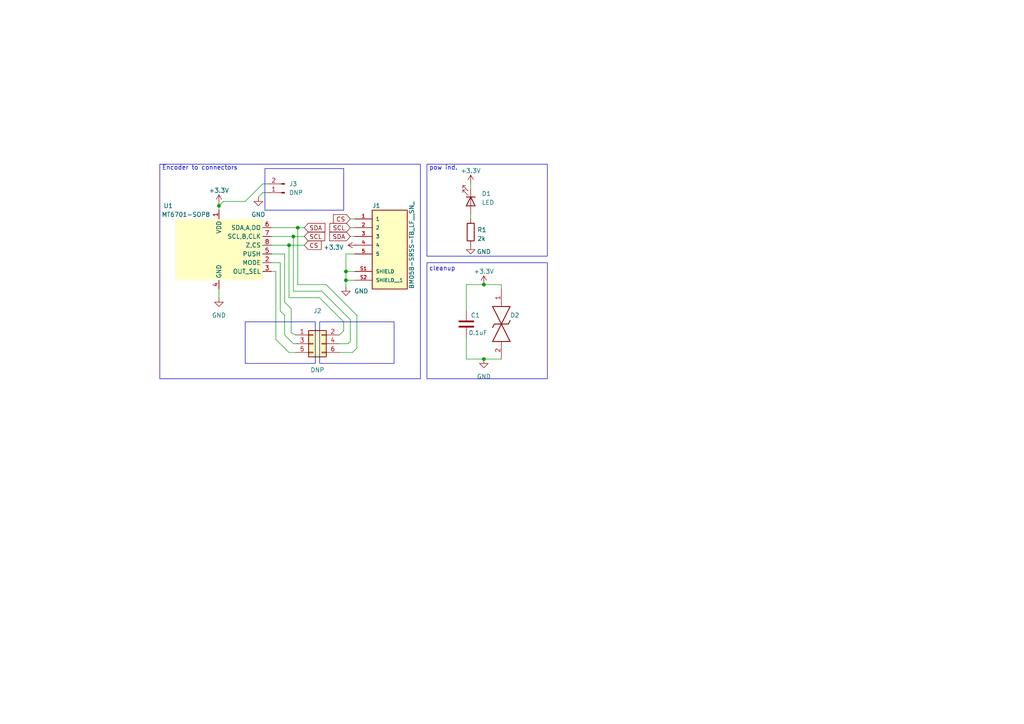
<source format=kicad_sch>
(kicad_sch (version 20230121) (generator eeschema)
  (paper "A4")
  (lib_symbols
    (symbol "BM05B-SRSS-TB_LF__SN_:BM05B-SRSS-TB_LF__SN_" (pin_names (offset 1.016))
      (property "Reference" "J" (at -5.08 10.922 0))
      (property "Value" "BM05B-SRSS-TB_LF__SN_" (at -5.08 -15.24 0))
      (symbol "BM05B-SRSS-TB_LF__SN__0_0"
        (rectangle (start -5.08 -12.7) (end 5.08 10.16) (stroke (width 0.254)) (fill (type background)))
        (pin passive line (at -10.16 7.62 0) (length 5.08) (name "1") (number "1"))
        (pin passive line (at -10.16 5.08 0) (length 5.08) (name "2") (number "2"))
        (pin passive line (at -10.16 2.54 0) (length 5.08) (name "3") (number "3"))
        (pin passive line (at -10.16 0 0) (length 5.08) (name "4") (number "4"))
        (pin passive line (at -10.16 -2.54 0) (length 5.08) (name "5") (number "5"))
        (pin passive line (at -10.16 -7.62 0) (length 5.08) (name "SHIELD") (number "S1"))
        (pin passive line (at -10.16 -10.16 0) (length 5.08) (name "SHIELD__1") (number "S2"))
      )
    )
    (symbol "Connector:Conn_01x02_Pin" (pin_names (offset 1.016) hide)
      (property "Reference" "J" (at 0 2.54 0))
      (property "Value" "Conn_01x02_Pin" (at 0 -5.08 0))
      (symbol "Conn_01x02_Pin_1_1"
        (polyline (pts (xy 1.27 -2.54) (xy 0.8636 -2.54)) (stroke (width 0.1524)))
        (polyline (pts (xy 1.27 0) (xy 0.8636 0)) (stroke (width 0.1524)))
        (rectangle (start 0.8636 -2.413) (end 0 -2.667) (stroke (width 0.1524)) (fill (type outline)))
        (rectangle (start 0.8636 0.127) (end 0 -0.127) (stroke (width 0.1524)) (fill (type outline)))
        (pin passive line (at 5.08 0 180) (length 3.81) (name "Pin_1") (number "1"))
        (pin passive line (at 5.08 -2.54 180) (length 3.81) (name "Pin_2") (number "2"))
      )
    )
    (symbol "Connector_Generic:Conn_02x03_Odd_Even" (pin_names (offset 1.016) hide)
      (property "Reference" "J" (at 1.27 5.08 0))
      (property "Value" "Conn_02x03_Odd_Even" (at 1.27 -5.08 0))
      (symbol "Conn_02x03_Odd_Even_1_1"
        (rectangle (start -1.27 -2.413) (end 0 -2.667) (stroke (width 0.1524)))
        (rectangle (start -1.27 0.127) (end 0 -0.127) (stroke (width 0.1524)))
        (rectangle (start -1.27 2.667) (end 0 2.413) (stroke (width 0.1524)))
        (rectangle (start -1.27 3.81) (end 3.81 -3.81) (stroke (width 0.254)) (fill (type background)))
        (rectangle (start 3.81 -2.413) (end 2.54 -2.667) (stroke (width 0.1524)))
        (rectangle (start 3.81 0.127) (end 2.54 -0.127) (stroke (width 0.1524)))
        (rectangle (start 3.81 2.667) (end 2.54 2.413) (stroke (width 0.1524)))
        (pin passive line (at -5.08 2.54 0) (length 3.81) (name "Pin_1") (number "1"))
        (pin passive line (at 7.62 2.54 180) (length 3.81) (name "Pin_2") (number "2"))
        (pin passive line (at -5.08 0 0) (length 3.81) (name "Pin_3") (number "3"))
        (pin passive line (at 7.62 0 180) (length 3.81) (name "Pin_4") (number "4"))
        (pin passive line (at -5.08 -2.54 0) (length 3.81) (name "Pin_5") (number "5"))
        (pin passive line (at 7.62 -2.54 180) (length 3.81) (name "Pin_6") (number "6"))
      )
    )
    (symbol "Device:C" (pin_numbers hide) (pin_names (offset 0.254))
      (property "Reference" "C" (at 0.635 2.54 0))
      (property "Value" "C" (at 0.635 -2.54 0))
      (symbol "C_0_1"
        (polyline (pts (xy -2.032 -0.762) (xy 2.032 -0.762)) (stroke (width 0.508)))
        (polyline (pts (xy -2.032 0.762) (xy 2.032 0.762)) (stroke (width 0.508)))
      )
      (symbol "C_1_1"
        (pin passive line (at 0 3.81 270) (length 2.794) (name "~") (number "1"))
        (pin passive line (at 0 -3.81 90) (length 2.794) (name "~") (number "2"))
      )
    )
    (symbol "Device:LED" (pin_numbers hide) (pin_names (offset 1.016) hide)
      (property "Reference" "D" (at 0 2.54 0))
      (property "Value" "LED" (at 0 -2.54 0))
      (symbol "LED_0_1"
        (polyline (pts (xy -1.27 -1.27) (xy -1.27 1.27)) (stroke (width 0.254)))
        (polyline (pts (xy -1.27 0) (xy 1.27 0)))
        (polyline (pts (xy 1.27 -1.27) (xy 1.27 1.27) (xy -1.27 0) (xy 1.27 -1.27)) (stroke (width 0.254)))
        (polyline (pts (xy -3.048 -0.762) (xy -4.572 -2.286) (xy -3.81 -2.286) (xy -4.572 -2.286) (xy -4.572 -1.524)))
        (polyline (pts (xy -1.778 -0.762) (xy -3.302 -2.286) (xy -2.54 -2.286) (xy -3.302 -2.286) (xy -3.302 -1.524)))
      )
      (symbol "LED_1_1"
        (pin passive line (at -3.81 0 0) (length 2.54) (name "K") (number "1"))
        (pin passive line (at 3.81 0 180) (length 2.54) (name "A") (number "2"))
      )
    )
    (symbol "Device:R" (pin_numbers hide) (pin_names (offset 0))
      (property "Reference" "R" (at 2.032 0 90))
      (property "Value" "R" (at 0 0 90))
      (symbol "R_0_1"
        (rectangle (start -1.016 -2.54) (end 1.016 2.54) (stroke (width 0.254)))
      )
      (symbol "R_1_1"
        (pin passive line (at 0 3.81 270) (length 1.27) (name "~") (number "1"))
        (pin passive line (at 0 -3.81 90) (length 1.27) (name "~") (number "2"))
      )
    )
    (symbol "Magntek:MT6701"
      (property "Reference" "U" (at -12.065 10.16 0))
      (property "Value" "MT6701-SOP8" (at -13.97 0.635 90))
      (symbol "MT6701_1_1"
        (rectangle (start -12.7 8.89) (end 12.7 -8.89) (stroke (width 0) (color 255 240 246 1)) (fill (type background)))
        (pin power_in line (at 0 11.43 270) (length 2.54) (name "VDD") (number "1"))
        (pin input line (at 15.24 -3.81 180) (length 2.54) (name "MODE") (number "2"))
        (pin input line (at 15.24 -6.35 180) (length 2.54) (name "OUT_SEL") (number "3"))
        (pin power_in line (at 0 -11.43 90) (length 2.54) (name "GND") (number "4"))
        (pin output line (at 15.24 -1.27 180) (length 2.54) (name "PUSH") (number "5"))
        (pin bidirectional line (at 15.24 6.35 180) (length 2.54) (name "SDA,A,DO") (number "6"))
        (pin bidirectional line (at 15.24 3.81 180) (length 2.54) (name "SCL,B,CLK") (number "7"))
        (pin input line (at 15.24 1.27 180) (length 2.54) (name "Z,CS") (number "8"))
      )
    )
    (symbol "aaa_SamacSys_Parts:SMAJ6.0CAe3_TR13" (pin_names hide)
      (property "Reference" "D" (at 12.7 8.89 0))
      (property "Value" "SMAJ6.0CAe3_TR13" (at 12.7 6.35 0))
      (symbol "SMAJ6.0CAe3_TR13_1_1"
        (polyline (pts (xy 5.08 2.54) (xy 5.08 -2.54)) (stroke (width 0.254)))
        (polyline (pts (xy 5.08 2.54) (xy 10.16 0)) (stroke (width 0.254)))
        (polyline (pts (xy 9.144 2.54) (xy 10.16 2.032)) (stroke (width 0.254)))
        (polyline (pts (xy 10.16 -2.032) (xy 10.16 2.032)) (stroke (width 0.254)))
        (polyline (pts (xy 10.16 -2.032) (xy 11.176 -2.54)) (stroke (width 0.254)))
        (polyline (pts (xy 10.16 0) (xy 5.08 -2.54)) (stroke (width 0.254)))
        (polyline (pts (xy 10.16 0) (xy 15.24 -2.54)) (stroke (width 0.254)))
        (polyline (pts (xy 15.24 2.54) (xy 10.16 0)) (stroke (width 0.254)))
        (polyline (pts (xy 15.24 2.54) (xy 15.24 -2.54)) (stroke (width 0.254)))
        (pin passive line (at 0 0 0) (length 5.08) (name "1") (number "1"))
        (pin passive line (at 20.32 0 180) (length 5.08) (name "2") (number "2"))
      )
    )
    (symbol "power:+3.3V" (power) (pin_names (offset 0))
      (property "Value" "+3.3V" (at 0 3.556 0))
      (symbol "+3.3V_0_1"
        (polyline (pts (xy -0.762 1.27) (xy 0 2.54)))
        (polyline (pts (xy 0 0) (xy 0 2.54)))
        (polyline (pts (xy 0 2.54) (xy 0.762 1.27)))
      )
      (symbol "+3.3V_1_1"
        (pin power_in line (at 0 0 90) (length 0) hide (name "+3.3V") (number "1"))
      )
    )
    (symbol "power:GND" (power) (pin_names (offset 0))
      (property "Value" "GND" (at 0 -3.81 0))
      (symbol "GND_0_1"
        (polyline (pts (xy 0 0) (xy 0 -1.27) (xy 1.27 -1.27) (xy 0 -2.54) (xy -1.27 -1.27) (xy 0 -1.27)))
      )
      (symbol "GND_1_1"
        (pin power_in line (at 0 0 270) (length 0) hide (name "GND") (number "1"))
      )
    )
  )
  (junction (at 86.36 66.04))
  (junction (at 140.335 104.14))
  (junction (at 83.82 71.12))
  (junction (at 85.09 68.58))
  (junction (at 140.335 82.55))
  (junction (at 63.5 59.69))
  (junction (at 100.33 81.28))
  (junction (at 100.33 78.74))
  (wire (pts (xy 80.01 78.74) (xy 78.74 78.74)))
  (wire (pts (xy 83.82 71.12) (xy 88.265 71.12)))
  (wire (pts (xy 83.82 102.235) (xy 85.725 102.235)))
  (wire (pts (xy 86.36 82.55) (xy 94.615 82.55)))
  (wire (pts (xy 78.74 68.58) (xy 85.09 68.58)))
  (wire (pts (xy 85.09 99.695) (xy 82.55 97.155)))
  (wire (pts (xy 93.345 84.455) (xy 101.6 92.71)))
  (wire (pts (xy 100.33 73.66) (xy 100.33 78.74)))
  (wire (pts (xy 99.695 93.345) (xy 99.695 95.885)))
  (wire (pts (xy 101.6 92.71) (xy 101.6 99.06)))
  (wire (pts (xy 85.09 68.58) (xy 85.09 84.455)))
  (wire (pts (xy 135.255 82.55) (xy 140.335 82.55)))
  (wire (pts (xy 103.505 71.12) (xy 102.87 71.12)))
  (wire (pts (xy 82.55 73.66) (xy 82.55 87.63)))
  (wire (pts (xy 145.415 82.55) (xy 145.415 83.82)))
  (wire (pts (xy 135.255 90.17) (xy 135.255 82.55)))
  (wire (pts (xy 101.6 68.58) (xy 102.87 68.58)))
  (wire (pts (xy 82.55 91.44) (xy 82.55 97.155)))
  (wire (pts (xy 100.33 78.74) (xy 102.87 78.74)))
  (wire (pts (xy 63.5 59.69) (xy 63.5 60.96)))
  (wire (pts (xy 64.77 58.42) (xy 63.5 59.69)))
  (wire (pts (xy 81.28 76.2) (xy 81.28 90.17)))
  (wire (pts (xy 101.6 63.5) (xy 102.87 63.5)))
  (wire (pts (xy 76.2 53.34) (xy 71.12 58.42)))
  (wire (pts (xy 85.09 84.455) (xy 93.345 84.455)))
  (wire (pts (xy 63.5 59.055) (xy 63.5 59.69)))
  (wire (pts (xy 99.695 95.885) (xy 98.425 97.155)))
  (wire (pts (xy 136.525 53.34) (xy 136.525 54.61)))
  (wire (pts (xy 136.525 62.23) (xy 136.525 63.5)))
  (wire (pts (xy 77.47 55.88) (xy 76.2 55.88)))
  (wire (pts (xy 140.335 82.55) (xy 145.415 82.55)))
  (wire (pts (xy 135.255 97.79) (xy 135.255 104.14)))
  (wire (pts (xy 76.2 55.88) (xy 74.93 57.15)))
  (wire (pts (xy 77.47 53.34) (xy 76.2 53.34)))
  (wire (pts (xy 135.255 104.14) (xy 140.335 104.14)))
  (wire (pts (xy 92.71 86.36) (xy 99.695 93.345)))
  (wire (pts (xy 101.6 99.06) (xy 100.965 99.695)))
  (wire (pts (xy 84.455 96.52) (xy 85.725 97.155)))
  (wire (pts (xy 80.01 78.74) (xy 80.01 98.425)))
  (wire (pts (xy 83.82 86.36) (xy 92.71 86.36)))
  (wire (pts (xy 100.33 81.28) (xy 102.87 81.28)))
  (wire (pts (xy 100.33 81.28) (xy 100.33 83.185)))
  (wire (pts (xy 78.74 71.12) (xy 83.82 71.12)))
  (wire (pts (xy 83.82 71.12) (xy 83.82 86.36)))
  (wire (pts (xy 82.55 87.63) (xy 84.455 89.535)))
  (wire (pts (xy 86.36 66.04) (xy 88.265 66.04)))
  (wire (pts (xy 140.335 104.14) (xy 145.415 104.14)))
  (wire (pts (xy 100.33 78.74) (xy 100.33 81.28)))
  (wire (pts (xy 78.74 66.04) (xy 86.36 66.04)))
  (wire (pts (xy 78.74 73.66) (xy 82.55 73.66)))
  (wire (pts (xy 84.455 89.535) (xy 84.455 96.52)))
  (wire (pts (xy 103.505 91.44) (xy 94.615 82.55)))
  (wire (pts (xy 86.36 66.04) (xy 86.36 82.55)))
  (wire (pts (xy 98.425 99.695) (xy 100.965 99.695)))
  (wire (pts (xy 103.505 91.44) (xy 103.505 100.965)))
  (wire (pts (xy 102.87 73.66) (xy 100.33 73.66)))
  (wire (pts (xy 85.09 68.58) (xy 88.265 68.58)))
  (wire (pts (xy 101.6 66.04) (xy 102.87 66.04)))
  (wire (pts (xy 63.5 83.82) (xy 63.5 86.36)))
  (wire (pts (xy 78.74 76.2) (xy 81.28 76.2)))
  (wire (pts (xy 98.425 102.235) (xy 102.235 102.235)))
  (wire (pts (xy 85.725 99.695) (xy 85.09 99.695)))
  (wire (pts (xy 103.505 100.965) (xy 102.235 102.235)))
  (wire (pts (xy 82.55 91.44) (xy 81.28 90.17)))
  (wire (pts (xy 80.01 98.425) (xy 83.82 102.235)))
  (wire (pts (xy 71.12 58.42) (xy 64.77 58.42)))
  (rectangle (start 76.835 48.895) (end 99.695 60.96))
  (rectangle (start 123.825 76.2) (end 158.75 109.855))
  (rectangle (start 46.355 47.625) (end 121.92 109.855))
  (rectangle (start 123.825 47.625) (end 158.75 74.295))
  (rectangle (start 71.12 93.345) (end 91.44 105.41))
  (rectangle (start 92.71 93.345) (end 114.3 105.41))
  (text "pow ind." (at 124.46 49.53 0) (effects (font (size 1.27 1.27)) (justify left bottom)))
  (text "Encoder to connectors" (at 46.99 49.53 0) (effects (font (size 1.27 1.27)) (justify left bottom)))
  (text "cleanup" (at 124.46 78.74 0) (effects (font (size 1.27 1.27)) (justify left bottom)))
  (global_label "SDA" (shape input) (at 88.265 66.04 0) (property "Intersheetrefs" "${INTERSHEET_REFS}" (effects hide)))
  (global_label "CS" (shape input) (at 88.265 71.12 0) (property "Intersheetrefs" "${INTERSHEET_REFS}" (effects hide)))
  (global_label "CS" (shape input) (at 101.6 63.5 180) (property "Intersheetrefs" "${INTERSHEET_REFS}" (effects hide)))
  (global_label "SCL" (shape input) (at 101.6 66.04 180) (property "Intersheetrefs" "${INTERSHEET_REFS}" (effects hide)))
  (global_label "SCL" (shape input) (at 88.265 68.58 0) (property "Intersheetrefs" "${INTERSHEET_REFS}" (effects hide)))
  (global_label "SDA" (shape input) (at 101.6 68.58 180) (property "Intersheetrefs" "${INTERSHEET_REFS}" (effects hide)))
  (symbol (lib_id "Device:R") (at 136.525 67.31 0) (unit 1)
    (property "Reference" "R1" (at 138.43 66.675 0) (effects (justify left)))
    (property "Value" "2k" (at 138.43 69.215 0) (effects (justify left)))
    (property "Footprint" "Resistor_SMD:R_0805_2012Metric_Pad1.20x1.40mm_HandSolder" (effects hide))
    (property "Datasheet" "https://www.lcsc.com/product-detail/Chip-Resistor-Surface-Mount_VO-SCR0805J2K_C3017846.html" (effects hide))
    (property "LCSC Part Number" "C3017846" (effects hide))
  )
  (symbol (lib_id "BM05B-SRSS-TB_LF__SN_:BM05B-SRSS-TB_LF__SN_") (at 113.03 71.12 0) (unit 1)
    (property "Reference" "J1" (at 107.95 59.69 0) (effects (justify left)))
    (property "Value" "BM05B-SRSS-TB_LF__SN_" (at 119.38 83.82 90) (effects (justify left)))
    (property "Footprint" "SnapEDA Library:JST_BM05B-SRSS-TB_LF__SN_" (effects hide))
    (property "Datasheet" "https://www.lcsc.com/product-detail/Wire-To-Board-Connector_JST-BM05B-SRSS-TB-LF-SN_C160391.html" (effects hide))
    (property "PARTREV" "N/A" (effects hide))
    (property "SNAPEDA_PN" "BM05B-SRSS-TB(LF)(SN)" (effects hide))
    (property "STANDARD" "Manufacturer Recommendations" (effects hide))
    (property "MAXIMUM_PACKAGE_HEIGHT" "6.3 mm" (effects hide))
    (property "MANUFACTURER" "JST Sales America Inc." (effects hide))
    (property "LCSC Part Number" "C160391" (effects hide))
  )
  (symbol (lib_id "power:GND") (at 100.33 83.185 0) (unit 1)
    (property "Reference" "#PWR02" (effects hide))
    (property "Value" "GND" (at 104.775 84.455 0))
  )
  (symbol (lib_id "power:GND") (at 74.93 57.15 0) (unit 1)
    (property "Reference" "#PWR09" (effects hide))
    (property "Value" "GND" (at 74.93 62.23 0))
  )
  (symbol (lib_id "power:+3.3V") (at 140.335 82.55 0) (unit 1)
    (property "Reference" "#PWR05" (effects hide))
    (property "Value" "+3.3V" (at 140.335 78.74 0))
  )
  (symbol (lib_id "power:+3.3V") (at 63.5 59.055 0) (unit 1)
    (property "Reference" "#PWR04" (effects hide))
    (property "Value" "+3.3V" (at 63.5 55.245 0))
  )
  (symbol (lib_id "Magntek:MT6701") (at 63.5 72.39 0) (unit 1)
    (property "Reference" "U1" (at 50.165 59.69 0) (effects (justify right)))
    (property "Value" "MT6701-SOP8" (at 60.96 62.23 0) (effects (justify right)))
    (property "Footprint" "Magntek:MT6701_SOP8" (effects hide))
    (property "Datasheet" "https://www.lcsc.com/product-detail/Position-Sensor_Magn-Tek-MT6701CT-STD_C2856764.html" (effects hide))
    (property "LCSC Part Number" "C2856764" (effects hide))
  )
  (symbol (lib_id "Connector_Generic:Conn_02x03_Odd_Even") (at 90.805 99.695 0) (unit 1)
    (property "Reference" "J2" (at 92.075 90.17 0))
    (property "Value" "DNP" (at 92.075 107.315 0))
    (property "Footprint" "Connector_PinHeader_2.54mm:PinHeader_2x03_P2.54mm_Vertical" (effects hide))
  )
  (symbol (lib_id "aaa_SamacSys_Parts:SMAJ6.0CAe3_TR13") (at 145.415 83.82 270) (unit 1)
    (property "Reference" "D2" (at 147.955 91.44 90) (effects (justify left)))
    (property "Value" "SMAJ6.0CAe3_TR13" (effects hide))
    (property "Footprint" "aaa_SamacSys_Parts:DIONM5025X225N" (effects hide))
    (property "Datasheet" "https://www.lcsc.com/product-detail/Electrostatic-and-Surge-Protection-TVS-ESD_GOODWORK-SMAJ6-0CA_C908810.html" (effects hide))
    (property "Height" "2.25" (effects hide))
    (property "Mouser Part Number" "494-SMAJ6.0CAE3/TR13" (effects hide))
    (property "Mouser Price/Stock" "https://www.mouser.co.uk/ProductDetail/Microchip-Technology/SMAJ6.0CAe3-TR13?qs=pU29NIZ4ZwAz895UZILoOA%3D%3D" (effects hide))
    (property "Manufacturer_Name" "Microchip" (effects hide))
    (property "Manufacturer_Part_Number" "SMAJ6.0CAe3/TR13" (effects hide))
    (property "LCSC Part Number" "C908810" (effects hide))
  )
  (symbol (lib_id "power:GND") (at 63.5 86.36 0) (unit 1)
    (property "Reference" "#PWR01" (effects hide))
    (property "Value" "GND" (at 63.5 91.44 0))
  )
  (symbol (lib_id "Device:LED") (at 136.525 58.42 270) (unit 1)
    (property "Reference" "D1" (at 139.7 56.1975 90) (effects (justify left)))
    (property "Value" "LED" (at 139.7 58.7375 90) (effects (justify left)))
    (property "Footprint" "Diode_SMD:D_0805_2012Metric" (effects hide))
    (property "Datasheet" "https://www.lcsc.com/product-detail/Light-Emitting-Diodes-LED_Foshan-NationStar-Optoelectronics-NCD0805G1_C84260.html" (effects hide))
    (property "LCSC Part Number" "C84260" (effects hide))
  )
  (symbol (lib_id "power:+3.3V") (at 136.525 53.34 0) (unit 1)
    (property "Reference" "#PWR07" (effects hide))
    (property "Value" "+3.3V" (at 136.525 49.53 0))
  )
  (symbol (lib_id "power:GND") (at 136.525 71.12 0) (unit 1)
    (property "Reference" "#PWR08" (effects hide))
    (property "Value" "GND" (at 140.335 73.025 0))
  )
  (symbol (lib_id "power:+3.3V") (at 103.505 71.12 90) (unit 1)
    (property "Reference" "#PWR03" (effects hide))
    (property "Value" "+3.3V" (at 99.695 71.755 90) (effects (justify left)))
  )
  (symbol (lib_id "power:GND") (at 140.335 104.14 0) (unit 1)
    (property "Reference" "#PWR06" (effects hide))
    (property "Value" "GND" (at 140.335 109.22 0))
  )
  (symbol (lib_id "Connector:Conn_01x02_Pin") (at 82.55 55.88 180) (unit 1)
    (property "Reference" "J3" (at 83.82 53.3399 0) (effects (justify right)))
    (property "Value" "DNP" (at 83.82 55.8799 0) (effects (justify right)))
    (property "Footprint" "Connector_PinHeader_2.54mm:PinHeader_1x02_P2.54mm_Vertical" (effects hide))
  )
  (symbol (lib_id "Device:C") (at 135.255 93.98 0) (unit 1)
    (property "Reference" "C1" (at 136.525 91.44 0) (effects (justify left)))
    (property "Value" "0.1uF" (at 135.89 96.52 0) (effects (justify left)))
    (property "Footprint" "Capacitor_SMD:C_0805_2012Metric_Pad1.18x1.45mm_HandSolder" (effects hide))
    (property "Datasheet" "https://www.lcsc.com/product-detail/Multilayer-Ceramic-Capacitors-MLCC-SMD-SMT_FH-Guangdong-Fenghua-Advanced-Tech-0805B104K250NT_C5120075.html" (effects hide))
    (property "LCSC Part Number" "C5120075" (effects hide))
  )
)
</source>
